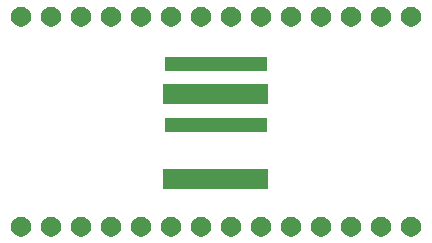
<source format=gbr>
G04 #@! TF.GenerationSoftware,KiCad,Pcbnew,5.0.2-bee76a0~70~ubuntu18.04.1*
G04 #@! TF.CreationDate,2019-03-14T21:08:30-04:00*
G04 #@! TF.ProjectId,soicssop,736f6963-7373-46f7-902e-6b696361645f,rev?*
G04 #@! TF.SameCoordinates,Original*
G04 #@! TF.FileFunction,Soldermask,Bot*
G04 #@! TF.FilePolarity,Negative*
%FSLAX46Y46*%
G04 Gerber Fmt 4.6, Leading zero omitted, Abs format (unit mm)*
G04 Created by KiCad (PCBNEW 5.0.2-bee76a0~70~ubuntu18.04.1) date Thu 14 Mar 2019 21:08:30 EDT*
%MOMM*%
%LPD*%
G01*
G04 APERTURE LIST*
%ADD10C,0.100000*%
G04 APERTURE END LIST*
D10*
G36*
X-3562066Y-8072664D02*
X-3407373Y-8136740D01*
X-3268153Y-8229764D01*
X-3149764Y-8348153D01*
X-3056740Y-8487373D01*
X-2992664Y-8642066D01*
X-2960000Y-8806281D01*
X-2960000Y-8973719D01*
X-2992664Y-9137934D01*
X-3056740Y-9292627D01*
X-3149764Y-9431847D01*
X-3268153Y-9550236D01*
X-3407373Y-9643260D01*
X-3562066Y-9707336D01*
X-3726281Y-9740000D01*
X-3893719Y-9740000D01*
X-4057934Y-9707336D01*
X-4212627Y-9643260D01*
X-4351847Y-9550236D01*
X-4470236Y-9431847D01*
X-4563260Y-9292627D01*
X-4627336Y-9137934D01*
X-4660000Y-8973719D01*
X-4660000Y-8806281D01*
X-4627336Y-8642066D01*
X-4563260Y-8487373D01*
X-4470236Y-8348153D01*
X-4351847Y-8229764D01*
X-4212627Y-8136740D01*
X-4057934Y-8072664D01*
X-3893719Y-8040000D01*
X-3726281Y-8040000D01*
X-3562066Y-8072664D01*
X-3562066Y-8072664D01*
G37*
G36*
X14217934Y-8072664D02*
X14372627Y-8136740D01*
X14511847Y-8229764D01*
X14630236Y-8348153D01*
X14723260Y-8487373D01*
X14787336Y-8642066D01*
X14820000Y-8806281D01*
X14820000Y-8973719D01*
X14787336Y-9137934D01*
X14723260Y-9292627D01*
X14630236Y-9431847D01*
X14511847Y-9550236D01*
X14372627Y-9643260D01*
X14217934Y-9707336D01*
X14053719Y-9740000D01*
X13886281Y-9740000D01*
X13722066Y-9707336D01*
X13567373Y-9643260D01*
X13428153Y-9550236D01*
X13309764Y-9431847D01*
X13216740Y-9292627D01*
X13152664Y-9137934D01*
X13120000Y-8973719D01*
X13120000Y-8806281D01*
X13152664Y-8642066D01*
X13216740Y-8487373D01*
X13309764Y-8348153D01*
X13428153Y-8229764D01*
X13567373Y-8136740D01*
X13722066Y-8072664D01*
X13886281Y-8040000D01*
X14053719Y-8040000D01*
X14217934Y-8072664D01*
X14217934Y-8072664D01*
G37*
G36*
X-16262066Y-8072664D02*
X-16107373Y-8136740D01*
X-15968153Y-8229764D01*
X-15849764Y-8348153D01*
X-15756740Y-8487373D01*
X-15692664Y-8642066D01*
X-15660000Y-8806281D01*
X-15660000Y-8973719D01*
X-15692664Y-9137934D01*
X-15756740Y-9292627D01*
X-15849764Y-9431847D01*
X-15968153Y-9550236D01*
X-16107373Y-9643260D01*
X-16262066Y-9707336D01*
X-16426281Y-9740000D01*
X-16593719Y-9740000D01*
X-16757934Y-9707336D01*
X-16912627Y-9643260D01*
X-17051847Y-9550236D01*
X-17170236Y-9431847D01*
X-17263260Y-9292627D01*
X-17327336Y-9137934D01*
X-17360000Y-8973719D01*
X-17360000Y-8806281D01*
X-17327336Y-8642066D01*
X-17263260Y-8487373D01*
X-17170236Y-8348153D01*
X-17051847Y-8229764D01*
X-16912627Y-8136740D01*
X-16757934Y-8072664D01*
X-16593719Y-8040000D01*
X-16426281Y-8040000D01*
X-16262066Y-8072664D01*
X-16262066Y-8072664D01*
G37*
G36*
X-13722066Y-8072664D02*
X-13567373Y-8136740D01*
X-13428153Y-8229764D01*
X-13309764Y-8348153D01*
X-13216740Y-8487373D01*
X-13152664Y-8642066D01*
X-13120000Y-8806281D01*
X-13120000Y-8973719D01*
X-13152664Y-9137934D01*
X-13216740Y-9292627D01*
X-13309764Y-9431847D01*
X-13428153Y-9550236D01*
X-13567373Y-9643260D01*
X-13722066Y-9707336D01*
X-13886281Y-9740000D01*
X-14053719Y-9740000D01*
X-14217934Y-9707336D01*
X-14372627Y-9643260D01*
X-14511847Y-9550236D01*
X-14630236Y-9431847D01*
X-14723260Y-9292627D01*
X-14787336Y-9137934D01*
X-14820000Y-8973719D01*
X-14820000Y-8806281D01*
X-14787336Y-8642066D01*
X-14723260Y-8487373D01*
X-14630236Y-8348153D01*
X-14511847Y-8229764D01*
X-14372627Y-8136740D01*
X-14217934Y-8072664D01*
X-14053719Y-8040000D01*
X-13886281Y-8040000D01*
X-13722066Y-8072664D01*
X-13722066Y-8072664D01*
G37*
G36*
X-11182066Y-8072664D02*
X-11027373Y-8136740D01*
X-10888153Y-8229764D01*
X-10769764Y-8348153D01*
X-10676740Y-8487373D01*
X-10612664Y-8642066D01*
X-10580000Y-8806281D01*
X-10580000Y-8973719D01*
X-10612664Y-9137934D01*
X-10676740Y-9292627D01*
X-10769764Y-9431847D01*
X-10888153Y-9550236D01*
X-11027373Y-9643260D01*
X-11182066Y-9707336D01*
X-11346281Y-9740000D01*
X-11513719Y-9740000D01*
X-11677934Y-9707336D01*
X-11832627Y-9643260D01*
X-11971847Y-9550236D01*
X-12090236Y-9431847D01*
X-12183260Y-9292627D01*
X-12247336Y-9137934D01*
X-12280000Y-8973719D01*
X-12280000Y-8806281D01*
X-12247336Y-8642066D01*
X-12183260Y-8487373D01*
X-12090236Y-8348153D01*
X-11971847Y-8229764D01*
X-11832627Y-8136740D01*
X-11677934Y-8072664D01*
X-11513719Y-8040000D01*
X-11346281Y-8040000D01*
X-11182066Y-8072664D01*
X-11182066Y-8072664D01*
G37*
G36*
X-8642066Y-8072664D02*
X-8487373Y-8136740D01*
X-8348153Y-8229764D01*
X-8229764Y-8348153D01*
X-8136740Y-8487373D01*
X-8072664Y-8642066D01*
X-8040000Y-8806281D01*
X-8040000Y-8973719D01*
X-8072664Y-9137934D01*
X-8136740Y-9292627D01*
X-8229764Y-9431847D01*
X-8348153Y-9550236D01*
X-8487373Y-9643260D01*
X-8642066Y-9707336D01*
X-8806281Y-9740000D01*
X-8973719Y-9740000D01*
X-9137934Y-9707336D01*
X-9292627Y-9643260D01*
X-9431847Y-9550236D01*
X-9550236Y-9431847D01*
X-9643260Y-9292627D01*
X-9707336Y-9137934D01*
X-9740000Y-8973719D01*
X-9740000Y-8806281D01*
X-9707336Y-8642066D01*
X-9643260Y-8487373D01*
X-9550236Y-8348153D01*
X-9431847Y-8229764D01*
X-9292627Y-8136740D01*
X-9137934Y-8072664D01*
X-8973719Y-8040000D01*
X-8806281Y-8040000D01*
X-8642066Y-8072664D01*
X-8642066Y-8072664D01*
G37*
G36*
X-6102066Y-8072664D02*
X-5947373Y-8136740D01*
X-5808153Y-8229764D01*
X-5689764Y-8348153D01*
X-5596740Y-8487373D01*
X-5532664Y-8642066D01*
X-5500000Y-8806281D01*
X-5500000Y-8973719D01*
X-5532664Y-9137934D01*
X-5596740Y-9292627D01*
X-5689764Y-9431847D01*
X-5808153Y-9550236D01*
X-5947373Y-9643260D01*
X-6102066Y-9707336D01*
X-6266281Y-9740000D01*
X-6433719Y-9740000D01*
X-6597934Y-9707336D01*
X-6752627Y-9643260D01*
X-6891847Y-9550236D01*
X-7010236Y-9431847D01*
X-7103260Y-9292627D01*
X-7167336Y-9137934D01*
X-7200000Y-8973719D01*
X-7200000Y-8806281D01*
X-7167336Y-8642066D01*
X-7103260Y-8487373D01*
X-7010236Y-8348153D01*
X-6891847Y-8229764D01*
X-6752627Y-8136740D01*
X-6597934Y-8072664D01*
X-6433719Y-8040000D01*
X-6266281Y-8040000D01*
X-6102066Y-8072664D01*
X-6102066Y-8072664D01*
G37*
G36*
X-1022066Y-8072664D02*
X-867373Y-8136740D01*
X-728153Y-8229764D01*
X-609764Y-8348153D01*
X-516740Y-8487373D01*
X-452664Y-8642066D01*
X-420000Y-8806281D01*
X-420000Y-8973719D01*
X-452664Y-9137934D01*
X-516740Y-9292627D01*
X-609764Y-9431847D01*
X-728153Y-9550236D01*
X-867373Y-9643260D01*
X-1022066Y-9707336D01*
X-1186281Y-9740000D01*
X-1353719Y-9740000D01*
X-1517934Y-9707336D01*
X-1672627Y-9643260D01*
X-1811847Y-9550236D01*
X-1930236Y-9431847D01*
X-2023260Y-9292627D01*
X-2087336Y-9137934D01*
X-2120000Y-8973719D01*
X-2120000Y-8806281D01*
X-2087336Y-8642066D01*
X-2023260Y-8487373D01*
X-1930236Y-8348153D01*
X-1811847Y-8229764D01*
X-1672627Y-8136740D01*
X-1517934Y-8072664D01*
X-1353719Y-8040000D01*
X-1186281Y-8040000D01*
X-1022066Y-8072664D01*
X-1022066Y-8072664D01*
G37*
G36*
X1517934Y-8072664D02*
X1672627Y-8136740D01*
X1811847Y-8229764D01*
X1930236Y-8348153D01*
X2023260Y-8487373D01*
X2087336Y-8642066D01*
X2120000Y-8806281D01*
X2120000Y-8973719D01*
X2087336Y-9137934D01*
X2023260Y-9292627D01*
X1930236Y-9431847D01*
X1811847Y-9550236D01*
X1672627Y-9643260D01*
X1517934Y-9707336D01*
X1353719Y-9740000D01*
X1186281Y-9740000D01*
X1022066Y-9707336D01*
X867373Y-9643260D01*
X728153Y-9550236D01*
X609764Y-9431847D01*
X516740Y-9292627D01*
X452664Y-9137934D01*
X420000Y-8973719D01*
X420000Y-8806281D01*
X452664Y-8642066D01*
X516740Y-8487373D01*
X609764Y-8348153D01*
X728153Y-8229764D01*
X867373Y-8136740D01*
X1022066Y-8072664D01*
X1186281Y-8040000D01*
X1353719Y-8040000D01*
X1517934Y-8072664D01*
X1517934Y-8072664D01*
G37*
G36*
X4057934Y-8072664D02*
X4212627Y-8136740D01*
X4351847Y-8229764D01*
X4470236Y-8348153D01*
X4563260Y-8487373D01*
X4627336Y-8642066D01*
X4660000Y-8806281D01*
X4660000Y-8973719D01*
X4627336Y-9137934D01*
X4563260Y-9292627D01*
X4470236Y-9431847D01*
X4351847Y-9550236D01*
X4212627Y-9643260D01*
X4057934Y-9707336D01*
X3893719Y-9740000D01*
X3726281Y-9740000D01*
X3562066Y-9707336D01*
X3407373Y-9643260D01*
X3268153Y-9550236D01*
X3149764Y-9431847D01*
X3056740Y-9292627D01*
X2992664Y-9137934D01*
X2960000Y-8973719D01*
X2960000Y-8806281D01*
X2992664Y-8642066D01*
X3056740Y-8487373D01*
X3149764Y-8348153D01*
X3268153Y-8229764D01*
X3407373Y-8136740D01*
X3562066Y-8072664D01*
X3726281Y-8040000D01*
X3893719Y-8040000D01*
X4057934Y-8072664D01*
X4057934Y-8072664D01*
G37*
G36*
X6597934Y-8072664D02*
X6752627Y-8136740D01*
X6891847Y-8229764D01*
X7010236Y-8348153D01*
X7103260Y-8487373D01*
X7167336Y-8642066D01*
X7200000Y-8806281D01*
X7200000Y-8973719D01*
X7167336Y-9137934D01*
X7103260Y-9292627D01*
X7010236Y-9431847D01*
X6891847Y-9550236D01*
X6752627Y-9643260D01*
X6597934Y-9707336D01*
X6433719Y-9740000D01*
X6266281Y-9740000D01*
X6102066Y-9707336D01*
X5947373Y-9643260D01*
X5808153Y-9550236D01*
X5689764Y-9431847D01*
X5596740Y-9292627D01*
X5532664Y-9137934D01*
X5500000Y-8973719D01*
X5500000Y-8806281D01*
X5532664Y-8642066D01*
X5596740Y-8487373D01*
X5689764Y-8348153D01*
X5808153Y-8229764D01*
X5947373Y-8136740D01*
X6102066Y-8072664D01*
X6266281Y-8040000D01*
X6433719Y-8040000D01*
X6597934Y-8072664D01*
X6597934Y-8072664D01*
G37*
G36*
X9137934Y-8072664D02*
X9292627Y-8136740D01*
X9431847Y-8229764D01*
X9550236Y-8348153D01*
X9643260Y-8487373D01*
X9707336Y-8642066D01*
X9740000Y-8806281D01*
X9740000Y-8973719D01*
X9707336Y-9137934D01*
X9643260Y-9292627D01*
X9550236Y-9431847D01*
X9431847Y-9550236D01*
X9292627Y-9643260D01*
X9137934Y-9707336D01*
X8973719Y-9740000D01*
X8806281Y-9740000D01*
X8642066Y-9707336D01*
X8487373Y-9643260D01*
X8348153Y-9550236D01*
X8229764Y-9431847D01*
X8136740Y-9292627D01*
X8072664Y-9137934D01*
X8040000Y-8973719D01*
X8040000Y-8806281D01*
X8072664Y-8642066D01*
X8136740Y-8487373D01*
X8229764Y-8348153D01*
X8348153Y-8229764D01*
X8487373Y-8136740D01*
X8642066Y-8072664D01*
X8806281Y-8040000D01*
X8973719Y-8040000D01*
X9137934Y-8072664D01*
X9137934Y-8072664D01*
G37*
G36*
X11677934Y-8072664D02*
X11832627Y-8136740D01*
X11971847Y-8229764D01*
X12090236Y-8348153D01*
X12183260Y-8487373D01*
X12247336Y-8642066D01*
X12280000Y-8806281D01*
X12280000Y-8973719D01*
X12247336Y-9137934D01*
X12183260Y-9292627D01*
X12090236Y-9431847D01*
X11971847Y-9550236D01*
X11832627Y-9643260D01*
X11677934Y-9707336D01*
X11513719Y-9740000D01*
X11346281Y-9740000D01*
X11182066Y-9707336D01*
X11027373Y-9643260D01*
X10888153Y-9550236D01*
X10769764Y-9431847D01*
X10676740Y-9292627D01*
X10612664Y-9137934D01*
X10580000Y-8973719D01*
X10580000Y-8806281D01*
X10612664Y-8642066D01*
X10676740Y-8487373D01*
X10769764Y-8348153D01*
X10888153Y-8229764D01*
X11027373Y-8136740D01*
X11182066Y-8072664D01*
X11346281Y-8040000D01*
X11513719Y-8040000D01*
X11677934Y-8072664D01*
X11677934Y-8072664D01*
G37*
G36*
X16757934Y-8072664D02*
X16912627Y-8136740D01*
X17051847Y-8229764D01*
X17170236Y-8348153D01*
X17263260Y-8487373D01*
X17327336Y-8642066D01*
X17360000Y-8806281D01*
X17360000Y-8973719D01*
X17327336Y-9137934D01*
X17263260Y-9292627D01*
X17170236Y-9431847D01*
X17051847Y-9550236D01*
X16912627Y-9643260D01*
X16757934Y-9707336D01*
X16593719Y-9740000D01*
X16426281Y-9740000D01*
X16262066Y-9707336D01*
X16107373Y-9643260D01*
X15968153Y-9550236D01*
X15849764Y-9431847D01*
X15756740Y-9292627D01*
X15692664Y-9137934D01*
X15660000Y-8973719D01*
X15660000Y-8806281D01*
X15692664Y-8642066D01*
X15756740Y-8487373D01*
X15849764Y-8348153D01*
X15968153Y-8229764D01*
X16107373Y-8136740D01*
X16262066Y-8072664D01*
X16426281Y-8040000D01*
X16593719Y-8040000D01*
X16757934Y-8072664D01*
X16757934Y-8072664D01*
G37*
G36*
X4450000Y-5745000D02*
X-4450000Y-5745000D01*
X-4450000Y-3995000D01*
X4450000Y-3995000D01*
X4450000Y-5745000D01*
X4450000Y-5745000D01*
G37*
G36*
X4327500Y-914000D02*
X-4327500Y-914000D01*
X-4327500Y286000D01*
X4327500Y286000D01*
X4327500Y-914000D01*
X4327500Y-914000D01*
G37*
G36*
X4450000Y1455000D02*
X-4450000Y1455000D01*
X-4450000Y3205000D01*
X4450000Y3205000D01*
X4450000Y1455000D01*
X4450000Y1455000D01*
G37*
G36*
X4327500Y4286000D02*
X-4327500Y4286000D01*
X-4327500Y5486000D01*
X4327500Y5486000D01*
X4327500Y4286000D01*
X4327500Y4286000D01*
G37*
G36*
X1517934Y9707336D02*
X1672627Y9643260D01*
X1811847Y9550236D01*
X1930236Y9431847D01*
X2023260Y9292627D01*
X2087336Y9137934D01*
X2120000Y8973719D01*
X2120000Y8806281D01*
X2087336Y8642066D01*
X2023260Y8487373D01*
X1930236Y8348153D01*
X1811847Y8229764D01*
X1672627Y8136740D01*
X1517934Y8072664D01*
X1353719Y8040000D01*
X1186281Y8040000D01*
X1022066Y8072664D01*
X867373Y8136740D01*
X728153Y8229764D01*
X609764Y8348153D01*
X516740Y8487373D01*
X452664Y8642066D01*
X420000Y8806281D01*
X420000Y8973719D01*
X452664Y9137934D01*
X516740Y9292627D01*
X609764Y9431847D01*
X728153Y9550236D01*
X867373Y9643260D01*
X1022066Y9707336D01*
X1186281Y9740000D01*
X1353719Y9740000D01*
X1517934Y9707336D01*
X1517934Y9707336D01*
G37*
G36*
X6597934Y9707336D02*
X6752627Y9643260D01*
X6891847Y9550236D01*
X7010236Y9431847D01*
X7103260Y9292627D01*
X7167336Y9137934D01*
X7200000Y8973719D01*
X7200000Y8806281D01*
X7167336Y8642066D01*
X7103260Y8487373D01*
X7010236Y8348153D01*
X6891847Y8229764D01*
X6752627Y8136740D01*
X6597934Y8072664D01*
X6433719Y8040000D01*
X6266281Y8040000D01*
X6102066Y8072664D01*
X5947373Y8136740D01*
X5808153Y8229764D01*
X5689764Y8348153D01*
X5596740Y8487373D01*
X5532664Y8642066D01*
X5500000Y8806281D01*
X5500000Y8973719D01*
X5532664Y9137934D01*
X5596740Y9292627D01*
X5689764Y9431847D01*
X5808153Y9550236D01*
X5947373Y9643260D01*
X6102066Y9707336D01*
X6266281Y9740000D01*
X6433719Y9740000D01*
X6597934Y9707336D01*
X6597934Y9707336D01*
G37*
G36*
X4057934Y9707336D02*
X4212627Y9643260D01*
X4351847Y9550236D01*
X4470236Y9431847D01*
X4563260Y9292627D01*
X4627336Y9137934D01*
X4660000Y8973719D01*
X4660000Y8806281D01*
X4627336Y8642066D01*
X4563260Y8487373D01*
X4470236Y8348153D01*
X4351847Y8229764D01*
X4212627Y8136740D01*
X4057934Y8072664D01*
X3893719Y8040000D01*
X3726281Y8040000D01*
X3562066Y8072664D01*
X3407373Y8136740D01*
X3268153Y8229764D01*
X3149764Y8348153D01*
X3056740Y8487373D01*
X2992664Y8642066D01*
X2960000Y8806281D01*
X2960000Y8973719D01*
X2992664Y9137934D01*
X3056740Y9292627D01*
X3149764Y9431847D01*
X3268153Y9550236D01*
X3407373Y9643260D01*
X3562066Y9707336D01*
X3726281Y9740000D01*
X3893719Y9740000D01*
X4057934Y9707336D01*
X4057934Y9707336D01*
G37*
G36*
X9137934Y9707336D02*
X9292627Y9643260D01*
X9431847Y9550236D01*
X9550236Y9431847D01*
X9643260Y9292627D01*
X9707336Y9137934D01*
X9740000Y8973719D01*
X9740000Y8806281D01*
X9707336Y8642066D01*
X9643260Y8487373D01*
X9550236Y8348153D01*
X9431847Y8229764D01*
X9292627Y8136740D01*
X9137934Y8072664D01*
X8973719Y8040000D01*
X8806281Y8040000D01*
X8642066Y8072664D01*
X8487373Y8136740D01*
X8348153Y8229764D01*
X8229764Y8348153D01*
X8136740Y8487373D01*
X8072664Y8642066D01*
X8040000Y8806281D01*
X8040000Y8973719D01*
X8072664Y9137934D01*
X8136740Y9292627D01*
X8229764Y9431847D01*
X8348153Y9550236D01*
X8487373Y9643260D01*
X8642066Y9707336D01*
X8806281Y9740000D01*
X8973719Y9740000D01*
X9137934Y9707336D01*
X9137934Y9707336D01*
G37*
G36*
X11677934Y9707336D02*
X11832627Y9643260D01*
X11971847Y9550236D01*
X12090236Y9431847D01*
X12183260Y9292627D01*
X12247336Y9137934D01*
X12280000Y8973719D01*
X12280000Y8806281D01*
X12247336Y8642066D01*
X12183260Y8487373D01*
X12090236Y8348153D01*
X11971847Y8229764D01*
X11832627Y8136740D01*
X11677934Y8072664D01*
X11513719Y8040000D01*
X11346281Y8040000D01*
X11182066Y8072664D01*
X11027373Y8136740D01*
X10888153Y8229764D01*
X10769764Y8348153D01*
X10676740Y8487373D01*
X10612664Y8642066D01*
X10580000Y8806281D01*
X10580000Y8973719D01*
X10612664Y9137934D01*
X10676740Y9292627D01*
X10769764Y9431847D01*
X10888153Y9550236D01*
X11027373Y9643260D01*
X11182066Y9707336D01*
X11346281Y9740000D01*
X11513719Y9740000D01*
X11677934Y9707336D01*
X11677934Y9707336D01*
G37*
G36*
X14217934Y9707336D02*
X14372627Y9643260D01*
X14511847Y9550236D01*
X14630236Y9431847D01*
X14723260Y9292627D01*
X14787336Y9137934D01*
X14820000Y8973719D01*
X14820000Y8806281D01*
X14787336Y8642066D01*
X14723260Y8487373D01*
X14630236Y8348153D01*
X14511847Y8229764D01*
X14372627Y8136740D01*
X14217934Y8072664D01*
X14053719Y8040000D01*
X13886281Y8040000D01*
X13722066Y8072664D01*
X13567373Y8136740D01*
X13428153Y8229764D01*
X13309764Y8348153D01*
X13216740Y8487373D01*
X13152664Y8642066D01*
X13120000Y8806281D01*
X13120000Y8973719D01*
X13152664Y9137934D01*
X13216740Y9292627D01*
X13309764Y9431847D01*
X13428153Y9550236D01*
X13567373Y9643260D01*
X13722066Y9707336D01*
X13886281Y9740000D01*
X14053719Y9740000D01*
X14217934Y9707336D01*
X14217934Y9707336D01*
G37*
G36*
X16757934Y9707336D02*
X16912627Y9643260D01*
X17051847Y9550236D01*
X17170236Y9431847D01*
X17263260Y9292627D01*
X17327336Y9137934D01*
X17360000Y8973719D01*
X17360000Y8806281D01*
X17327336Y8642066D01*
X17263260Y8487373D01*
X17170236Y8348153D01*
X17051847Y8229764D01*
X16912627Y8136740D01*
X16757934Y8072664D01*
X16593719Y8040000D01*
X16426281Y8040000D01*
X16262066Y8072664D01*
X16107373Y8136740D01*
X15968153Y8229764D01*
X15849764Y8348153D01*
X15756740Y8487373D01*
X15692664Y8642066D01*
X15660000Y8806281D01*
X15660000Y8973719D01*
X15692664Y9137934D01*
X15756740Y9292627D01*
X15849764Y9431847D01*
X15968153Y9550236D01*
X16107373Y9643260D01*
X16262066Y9707336D01*
X16426281Y9740000D01*
X16593719Y9740000D01*
X16757934Y9707336D01*
X16757934Y9707336D01*
G37*
G36*
X-8642066Y9707336D02*
X-8487373Y9643260D01*
X-8348153Y9550236D01*
X-8229764Y9431847D01*
X-8136740Y9292627D01*
X-8072664Y9137934D01*
X-8040000Y8973719D01*
X-8040000Y8806281D01*
X-8072664Y8642066D01*
X-8136740Y8487373D01*
X-8229764Y8348153D01*
X-8348153Y8229764D01*
X-8487373Y8136740D01*
X-8642066Y8072664D01*
X-8806281Y8040000D01*
X-8973719Y8040000D01*
X-9137934Y8072664D01*
X-9292627Y8136740D01*
X-9431847Y8229764D01*
X-9550236Y8348153D01*
X-9643260Y8487373D01*
X-9707336Y8642066D01*
X-9740000Y8806281D01*
X-9740000Y8973719D01*
X-9707336Y9137934D01*
X-9643260Y9292627D01*
X-9550236Y9431847D01*
X-9431847Y9550236D01*
X-9292627Y9643260D01*
X-9137934Y9707336D01*
X-8973719Y9740000D01*
X-8806281Y9740000D01*
X-8642066Y9707336D01*
X-8642066Y9707336D01*
G37*
G36*
X-1022066Y9707336D02*
X-867373Y9643260D01*
X-728153Y9550236D01*
X-609764Y9431847D01*
X-516740Y9292627D01*
X-452664Y9137934D01*
X-420000Y8973719D01*
X-420000Y8806281D01*
X-452664Y8642066D01*
X-516740Y8487373D01*
X-609764Y8348153D01*
X-728153Y8229764D01*
X-867373Y8136740D01*
X-1022066Y8072664D01*
X-1186281Y8040000D01*
X-1353719Y8040000D01*
X-1517934Y8072664D01*
X-1672627Y8136740D01*
X-1811847Y8229764D01*
X-1930236Y8348153D01*
X-2023260Y8487373D01*
X-2087336Y8642066D01*
X-2120000Y8806281D01*
X-2120000Y8973719D01*
X-2087336Y9137934D01*
X-2023260Y9292627D01*
X-1930236Y9431847D01*
X-1811847Y9550236D01*
X-1672627Y9643260D01*
X-1517934Y9707336D01*
X-1353719Y9740000D01*
X-1186281Y9740000D01*
X-1022066Y9707336D01*
X-1022066Y9707336D01*
G37*
G36*
X-3562066Y9707336D02*
X-3407373Y9643260D01*
X-3268153Y9550236D01*
X-3149764Y9431847D01*
X-3056740Y9292627D01*
X-2992664Y9137934D01*
X-2960000Y8973719D01*
X-2960000Y8806281D01*
X-2992664Y8642066D01*
X-3056740Y8487373D01*
X-3149764Y8348153D01*
X-3268153Y8229764D01*
X-3407373Y8136740D01*
X-3562066Y8072664D01*
X-3726281Y8040000D01*
X-3893719Y8040000D01*
X-4057934Y8072664D01*
X-4212627Y8136740D01*
X-4351847Y8229764D01*
X-4470236Y8348153D01*
X-4563260Y8487373D01*
X-4627336Y8642066D01*
X-4660000Y8806281D01*
X-4660000Y8973719D01*
X-4627336Y9137934D01*
X-4563260Y9292627D01*
X-4470236Y9431847D01*
X-4351847Y9550236D01*
X-4212627Y9643260D01*
X-4057934Y9707336D01*
X-3893719Y9740000D01*
X-3726281Y9740000D01*
X-3562066Y9707336D01*
X-3562066Y9707336D01*
G37*
G36*
X-6102066Y9707336D02*
X-5947373Y9643260D01*
X-5808153Y9550236D01*
X-5689764Y9431847D01*
X-5596740Y9292627D01*
X-5532664Y9137934D01*
X-5500000Y8973719D01*
X-5500000Y8806281D01*
X-5532664Y8642066D01*
X-5596740Y8487373D01*
X-5689764Y8348153D01*
X-5808153Y8229764D01*
X-5947373Y8136740D01*
X-6102066Y8072664D01*
X-6266281Y8040000D01*
X-6433719Y8040000D01*
X-6597934Y8072664D01*
X-6752627Y8136740D01*
X-6891847Y8229764D01*
X-7010236Y8348153D01*
X-7103260Y8487373D01*
X-7167336Y8642066D01*
X-7200000Y8806281D01*
X-7200000Y8973719D01*
X-7167336Y9137934D01*
X-7103260Y9292627D01*
X-7010236Y9431847D01*
X-6891847Y9550236D01*
X-6752627Y9643260D01*
X-6597934Y9707336D01*
X-6433719Y9740000D01*
X-6266281Y9740000D01*
X-6102066Y9707336D01*
X-6102066Y9707336D01*
G37*
G36*
X-13722066Y9707336D02*
X-13567373Y9643260D01*
X-13428153Y9550236D01*
X-13309764Y9431847D01*
X-13216740Y9292627D01*
X-13152664Y9137934D01*
X-13120000Y8973719D01*
X-13120000Y8806281D01*
X-13152664Y8642066D01*
X-13216740Y8487373D01*
X-13309764Y8348153D01*
X-13428153Y8229764D01*
X-13567373Y8136740D01*
X-13722066Y8072664D01*
X-13886281Y8040000D01*
X-14053719Y8040000D01*
X-14217934Y8072664D01*
X-14372627Y8136740D01*
X-14511847Y8229764D01*
X-14630236Y8348153D01*
X-14723260Y8487373D01*
X-14787336Y8642066D01*
X-14820000Y8806281D01*
X-14820000Y8973719D01*
X-14787336Y9137934D01*
X-14723260Y9292627D01*
X-14630236Y9431847D01*
X-14511847Y9550236D01*
X-14372627Y9643260D01*
X-14217934Y9707336D01*
X-14053719Y9740000D01*
X-13886281Y9740000D01*
X-13722066Y9707336D01*
X-13722066Y9707336D01*
G37*
G36*
X-11182066Y9707336D02*
X-11027373Y9643260D01*
X-10888153Y9550236D01*
X-10769764Y9431847D01*
X-10676740Y9292627D01*
X-10612664Y9137934D01*
X-10580000Y8973719D01*
X-10580000Y8806281D01*
X-10612664Y8642066D01*
X-10676740Y8487373D01*
X-10769764Y8348153D01*
X-10888153Y8229764D01*
X-11027373Y8136740D01*
X-11182066Y8072664D01*
X-11346281Y8040000D01*
X-11513719Y8040000D01*
X-11677934Y8072664D01*
X-11832627Y8136740D01*
X-11971847Y8229764D01*
X-12090236Y8348153D01*
X-12183260Y8487373D01*
X-12247336Y8642066D01*
X-12280000Y8806281D01*
X-12280000Y8973719D01*
X-12247336Y9137934D01*
X-12183260Y9292627D01*
X-12090236Y9431847D01*
X-11971847Y9550236D01*
X-11832627Y9643260D01*
X-11677934Y9707336D01*
X-11513719Y9740000D01*
X-11346281Y9740000D01*
X-11182066Y9707336D01*
X-11182066Y9707336D01*
G37*
G36*
X-16262066Y9707336D02*
X-16107373Y9643260D01*
X-15968153Y9550236D01*
X-15849764Y9431847D01*
X-15756740Y9292627D01*
X-15692664Y9137934D01*
X-15660000Y8973719D01*
X-15660000Y8806281D01*
X-15692664Y8642066D01*
X-15756740Y8487373D01*
X-15849764Y8348153D01*
X-15968153Y8229764D01*
X-16107373Y8136740D01*
X-16262066Y8072664D01*
X-16426281Y8040000D01*
X-16593719Y8040000D01*
X-16757934Y8072664D01*
X-16912627Y8136740D01*
X-17051847Y8229764D01*
X-17170236Y8348153D01*
X-17263260Y8487373D01*
X-17327336Y8642066D01*
X-17360000Y8806281D01*
X-17360000Y8973719D01*
X-17327336Y9137934D01*
X-17263260Y9292627D01*
X-17170236Y9431847D01*
X-17051847Y9550236D01*
X-16912627Y9643260D01*
X-16757934Y9707336D01*
X-16593719Y9740000D01*
X-16426281Y9740000D01*
X-16262066Y9707336D01*
X-16262066Y9707336D01*
G37*
M02*

</source>
